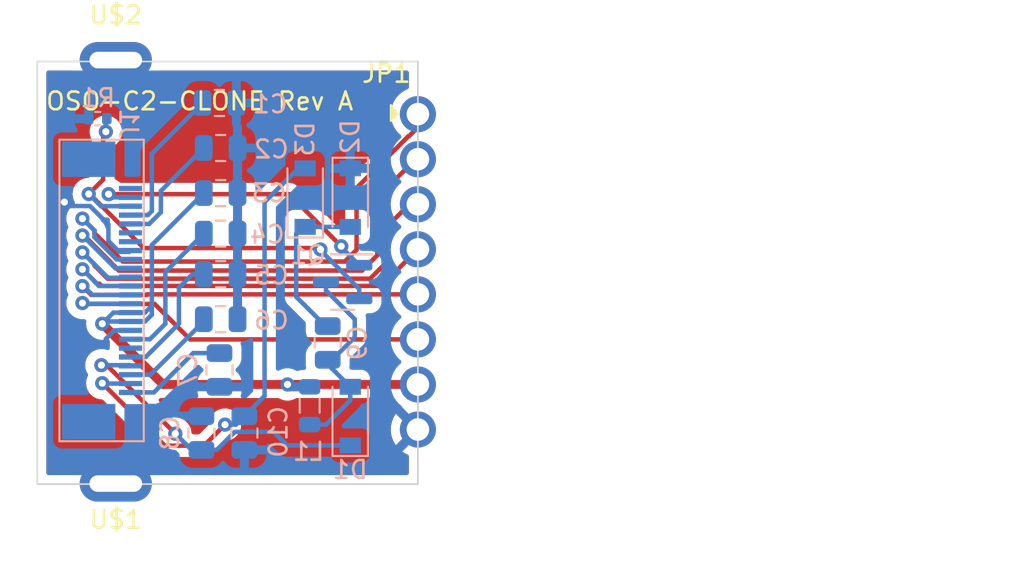
<source format=kicad_pcb>
(kicad_pcb (version 20211014) (generator pcbnew)
  (layers (0 "F.Cu" signal) (31 "B.Cu" signal) (34 "B.Paste" user) (35 "F.Paste" user) (36 "B.SilkS" user "B.Silkscreen") (37 "F.SilkS" user "F.Silkscreen") (38 "B.Mask" user) (39 "F.Mask" user) (44 "Edge.Cuts" user))
  (net 0 "")
  (net 1 "GND")
  (net 2 "/VGL")
  (net 3 "/VGH")
  (net 4 "3.3V")
  (net 5 "/VDD")
  (net 6 "/VSH")
  (net 7 "/VSL")
  (net 8 "/VCOM")
  (net 9 "/PREVGH")
  (net 10 "/PREVGL")
  (net 11 "/GDR")
  (net 12 "/RESE")
  (net 15 "/EINK_BUSY")
  (net 16 "/EINK_RST")
  (net 17 "/EINK_DC")
  (net 18 "/EINK_CS")
  (net 19 "/SCK")
  (net 20 "/MOSI")
  (net 22 "Net-(C9-Pad1)")
  (net 23 "Net-(C9-Pad2)")
  (footprint "OSO-Book:Oval-Mounting-Point" (layer "F.Cu") (at 28.702 -4.196)
    (fp_text reference "U$1" (at 0 2.032 unlocked) (layer "F.SilkS"))
    (fp_text value "BIGOVAL")
    (pad "1" thru_hole oval (at 0 0) (size 4.064 2.032) (drill oval 2.964 0.932) (layers *.Cu *.Mask))
  )
  (footprint "OSO-Book:Castellated-Connnector-1x8" (layer "F.Cu") (at 45.72 -16.134)
    (fp_text reference "JP1" (at -1.778 -11.176 unlocked) (layer "F.SilkS"))
    (fp_text value "HEADER-1X8ROUND76")
    (fp_poly (pts (xy -1.143 -8.89) (xy -1.524 -8.509) (xy -1.524 -9.398)) (layer "F.SilkS") (width 0.12) (fill solid))
    (pad "1" thru_hole circle (at 0 -8.89) (size 2.032 2.032) (drill 1.27) (layers *.Cu *.Mask) (net 15 "/EINK_BUSY"))
    (pad "2" thru_hole circle (at 0 -6.35) (size 2.032 2.032) (drill 1.27) (layers *.Cu *.Mask) (net 16 "/EINK_RST"))
    (pad "3" thru_hole circle (at 0 -3.81) (size 2.032 2.032) (drill 1.27) (layers *.Cu *.Mask) (net 17 "/EINK_DC"))
    (pad "4" thru_hole circle (at 0 -1.27) (size 2.032 2.032) (drill 1.27) (layers *.Cu *.Mask) (net 18 "/EINK_CS"))
    (pad "5" thru_hole circle (at 0 1.27) (size 2.032 2.032) (drill 1.27) (layers *.Cu *.Mask) (net 19 "/SCK"))
    (pad "6" thru_hole circle (at 0 3.81) (size 2.032 2.032) (drill 1.27) (layers *.Cu *.Mask) (net 20 "/MOSI"))
    (pad "7" thru_hole circle (at 0 6.35) (size 2.032 2.032) (drill 1.27) (layers *.Cu *.Mask) (net 4 "3.3V"))
    (pad "8" thru_hole circle (at 0 8.89) (size 2.032 2.032) (drill 1.27) (layers *.Cu *.Mask) (net 1 "GND"))
  )
  (footprint "OSO-Book:Oval-Mounting-Point" (layer "F.Cu") (at 28.702 -28.072)
    (fp_text reference "U$2" (at 0 -2.54 unlocked) (layer "F.SilkS"))
    (fp_text value "BIGOVAL")
    (pad "1" thru_hole oval (at 0 0) (size 4.064 2.032) (drill oval 2.964 0.932) (layers *.Cu *.Mask))
  )
  (footprint "Capacitor_SMD:C_0805_2012Metric" (layer "B.Cu") (at 34.61 -16.002 180)
    (fp_text reference "C5" (at -2.86 -0.066) (layer "B.SilkS") (effects (justify mirror)))
    (fp_text value "1uF")
    (fp_line (start -0.261252 -0.735) (end 0.261252 -0.735) (layer "B.SilkS") (width 0.12))
    (fp_line (start -0.261252 0.735) (end 0.261252 0.735) (layer "B.SilkS") (width 0.12))
    (pad "1" smd roundrect (at -0.95 0 180) (size 1 1.45) (layers "B.Cu" "B.Paste" "B.Mask") (net 1 "GND"))
    (pad "2" smd roundrect (at 0.95 0 180) (size 1 1.45) (layers "B.Cu" "B.Paste" "B.Mask") (net 6 "/VSH"))
  )
  (footprint "Diode_SMD:D_SOD-123" (layer "B.Cu") (at 39.37 -20.318 90)
    (fp_text reference "D3" (at 3.302 0 90) (layer "B.SilkS") (effects (justify mirror)))
    (fp_text value "MBR0530")
    (fp_line (start -2.25 1) (end 1.65 1) (layer "B.SilkS") (width 0.12))
    (fp_line (start -2.25 -1) (end 1.65 -1) (layer "B.SilkS") (width 0.12))
    (fp_line (start -2.25 1) (end -2.25 -1) (layer "B.SilkS") (width 0.12))
    (pad "1" smd rect (at -1.65 0 90) (size 0.9 1.2) (layers "B.Cu" "B.Paste" "B.Mask") (net 23 "Net-(C9-Pad2)"))
    (pad "2" smd rect (at 1.65 0 90) (size 0.9 1.2) (layers "B.Cu" "B.Paste" "B.Mask") (net 10 "/PREVGL"))
  )
  (footprint "Capacitor_SMD:C_0805_2012Metric" (layer "B.Cu") (at 33.528 -7.046 90)
    (fp_text reference "C8" (at 0 -1.778 90) (layer "B.SilkS") (effects (justify mirror)))
    (fp_text value "1uF")
    (fp_line (start -0.261252 -0.735) (end 0.261252 -0.735) (layer "B.SilkS") (width 0.12))
    (fp_line (start -0.261252 0.735) (end 0.261252 0.735) (layer "B.SilkS") (width 0.12))
    (pad "1" smd roundrect (at -0.95 0 90) (size 1 1.45) (layers "B.Cu" "B.Paste" "B.Mask") (net 9 "/PREVGH"))
    (pad "2" smd roundrect (at 0.95 0 90) (size 1 1.45) (layers "B.Cu" "B.Paste" "B.Mask") (net 1 "GND"))
  )
  (footprint "Capacitor_SMD:C_0805_2012Metric" (layer "B.Cu") (at 34.544 -25.654 180)
    (fp_text reference "C1" (at -2.86 -0.066) (layer "B.SilkS") (effects (justify mirror)))
    (fp_text value "1uF")
    (fp_line (start -0.261252 -0.735) (end 0.261252 -0.735) (layer "B.SilkS") (width 0.12))
    (fp_line (start -0.261252 0.735) (end 0.261252 0.735) (layer "B.SilkS") (width 0.12))
    (pad "1" smd roundrect (at -0.95 0 180) (size 1 1.45) (layers "B.Cu" "B.Paste" "B.Mask") (net 1 "GND"))
    (pad "2" smd roundrect (at 0.95 0 180) (size 1 1.45) (layers "B.Cu" "B.Paste" "B.Mask") (net 2 "/VGL"))
  )
  (footprint "OSO-Book:AFC07-S24ECC-00" (layer "B.Cu") (at 29.528 -15.084 90)
    (fp_text reference "J1" (at 9.398 -0.101 270 unlocked) (layer "B.SilkS") (effects (justify mirror)))
    (fp_text value "EINK_24PIN_CONNECTOR")
    (fp_line (start -8.5 -4) (end 8.5 -4) (layer "B.SilkS") (width 0.12))
    (fp_line (start 8.5 -4) (end 8.5 0.75) (layer "B.SilkS") (width 0.12))
    (fp_line (start -8.5 0.75) (end -8.5 -4) (layer "B.SilkS") (width 0.12))
    (fp_line (start 8.5 0.75) (end -8.5 0.75) (layer "B.SilkS") (width 0.12))
    (pad "" smd rect (at -7.4 -2.35 90) (size 2 3) (layers "B.Cu" "B.Paste" "B.Mask"))
    (pad "" smd rect (at 7.4 -2.35 90) (size 2 3) (layers "B.Cu" "B.Paste" "B.Mask"))
    (pad "1" smd rect (at 5.75 0 90) (size 0.3 1.3) (layers "B.Cu" "B.Paste" "B.Mask"))
    (pad "2" smd rect (at 5.25 0 90) (size 0.3 1.3) (layers "B.Cu" "B.Paste" "B.Mask") (net 11 "/GDR"))
    (pad "3" smd rect (at 4.75 0 90) (size 0.3 1.3) (layers "B.Cu" "B.Paste" "B.Mask") (net 12 "/RESE"))
    (pad "4" smd rect (at 4.25 0 90) (size 0.3 1.3) (layers "B.Cu" "B.Paste" "B.Mask") (net 2 "/VGL"))
    (pad "5" smd rect (at 3.75 0 90) (size 0.3 1.3) (layers "B.Cu" "B.Paste" "B.Mask") (net 3 "/VGH"))
    (pad "6" smd rect (at 3.25 0 90) (size 0.3 1.3) (layers "B.Cu" "B.Paste" "B.Mask"))
    (pad "7" smd rect (at 2.75 0 90) (size 0.3 1.3) (layers "B.Cu" "B.Paste" "B.Mask"))
    (pad "8" smd rect (at 2.25 0 90) (size 0.3 1.3) (layers "B.Cu" "B.Paste" "B.Mask") (net 1 "GND"))
    (pad "9" smd rect (at 1.75 0 90) (size 0.3 1.3) (layers "B.Cu" "B.Paste" "B.Mask") (net 15 "/EINK_BUSY"))
    (pad "10" smd rect (at 1.25 0 90) (size 0.3 1.3) (layers "B.Cu" "B.Paste" "B.Mask") (net 16 "/EINK_RST"))
    (pad "11" smd rect (at 0.75 0 90) (size 0.3 1.3) (layers "B.Cu" "B.Paste" "B.Mask") (net 17 "/EINK_DC"))
    (pad "12" smd rect (at 0.25 0 90) (size 0.3 1.3) (layers "B.Cu" "B.Paste" "B.Mask") (net 18 "/EINK_CS"))
    (pad "13" smd rect (at -0.25 0 90) (size 0.3 1.3) (layers "B.Cu" "B.Paste" "B.Mask") (net 19 "/SCK"))
    (pad "14" smd rect (at -0.75 0 90) (size 0.3 1.3) (layers "B.Cu" "B.Paste" "B.Mask") (net 20 "/MOSI"))
    (pad "15" smd rect (at -1.25 0 90) (size 0.3 1.3) (layers "B.Cu" "B.Paste" "B.Mask") (net 4 "3.3V"))
    (pad "16" smd rect (at -1.75 0 90) (size 0.3 1.3) (layers "B.Cu" "B.Paste" "B.Mask") (net 4 "3.3V"))
    (pad "17" smd rect (at -2.25 0 90) (size 0.3 1.3) (layers "B.Cu" "B.Paste" "B.Mask") (net 1 "GND"))
    (pad "18" smd rect (at -2.75 0 90) (size 0.3 1.3) (layers "B.Cu" "B.Paste" "B.Mask") (net 5 "/VDD"))
    (pad "19" smd rect (at -3.25 0 90) (size 0.3 1.3) (layers "B.Cu" "B.Paste" "B.Mask"))
    (pad "20" smd rect (at -3.75 0 90) (size 0.3 1.3) (layers "B.Cu" "B.Paste" "B.Mask") (net 6 "/VSH"))
    (pad "21" smd rect (at -4.25 0 90) (size 0.3 1.3) (layers "B.Cu" "B.Paste" "B.Mask") (net 9 "/PREVGH"))
    (pad "22" smd rect (at -4.75 0 90) (size 0.3 1.3) (layers "B.Cu" "B.Paste" "B.Mask") (net 7 "/VSL"))
    (pad "23" smd rect (at -5.25 0 90) (size 0.3 1.3) (layers "B.Cu" "B.Paste" "B.Mask") (net 10 "/PREVGL"))
    (pad "24" smd rect (at -5.75 0 90) (size 0.3 1.3) (layers "B.Cu" "B.Paste" "B.Mask") (net 8 "/VCOM"))
  )
  (footprint "Capacitor_SMD:C_0805_2012Metric" (layer "B.Cu") (at 34.544 -10.602 90)
    (fp_text reference "C7" (at 0 -1.778 90) (layer "B.SilkS") (effects (justify mirror)))
    (fp_text value "1uF")
    (fp_line (start -0.261252 -0.735) (end 0.261252 -0.735) (layer "B.SilkS") (width 0.12))
    (fp_line (start -0.261252 0.735) (end 0.261252 0.735) (layer "B.SilkS") (width 0.12))
    (pad "1" smd roundrect (at -0.95 0 90) (size 1 1.45) (layers "B.Cu" "B.Paste" "B.Mask") (net 1 "GND"))
    (pad "2" smd roundrect (at 0.95 0 90) (size 1 1.45) (layers "B.Cu" "B.Paste" "B.Mask") (net 8 "/VCOM"))
  )
  (footprint "Capacitor_SMD:C_0805_2012Metric" (layer "B.Cu") (at 34.61 -18.288 180)
    (fp_text reference "C4" (at -2.6264 -0.0508) (layer "B.SilkS") (effects (justify mirror)))
    (fp_text value "1uF")
    (fp_line (start -0.261252 0.735) (end 0.261252 0.735) (layer "B.SilkS") (width 0.12))
    (fp_line (start -0.261252 -0.735) (end 0.261252 -0.735) (layer "B.SilkS") (width 0.12))
    (pad "1" smd roundrect (at -0.95 0 180) (size 1 1.45) (layers "B.Cu" "B.Paste" "B.Mask") (net 1 "GND"))
    (pad "2" smd roundrect (at 0.95 0 180) (size 1 1.45) (layers "B.Cu" "B.Paste" "B.Mask") (net 5 "/VDD"))
  )
  (footprint "Capacitor_SMD:C_0805_2012Metric" (layer "B.Cu") (at 40.64 -12.124 90)
    (fp_text reference "C9" (at 0 1.68 90) (layer "B.SilkS") (effects (justify mirror)))
    (fp_text value "4.7uF")
    (fp_line (start -0.261252 0.735) (end 0.261252 0.735) (layer "B.SilkS") (width 0.12))
    (fp_line (start -0.261252 -0.735) (end 0.261252 -0.735) (layer "B.SilkS") (width 0.12))
    (pad "1" smd roundrect (at -0.95 0 90) (size 1 1.45) (layers "B.Cu" "B.Paste" "B.Mask") (net 22 "Net-(C9-Pad1)"))
    (pad "2" smd roundrect (at 0.95 0 90) (size 1 1.45) (layers "B.Cu" "B.Paste" "B.Mask") (net 23 "Net-(C9-Pad2)"))
  )
  (footprint "Capacitor_SMD:C_0805_2012Metric" (layer "B.Cu") (at 35.946 -7.046 -90)
    (fp_text reference "C10" (at -0.066 -1.91 90) (layer "B.SilkS") (effects (justify mirror)))
    (fp_text value "1uF")
    (fp_line (start -0.261252 0.735) (end 0.261252 0.735) (layer "B.SilkS") (width 0.12))
    (fp_line (start -0.261252 -0.735) (end 0.261252 -0.735) (layer "B.SilkS") (width 0.12))
    (pad "1" smd roundrect (at -0.95 0 270) (size 1 1.45) (layers "B.Cu" "B.Paste" "B.Mask") (net 10 "/PREVGL"))
    (pad "2" smd roundrect (at 0.95 0 270) (size 1 1.45) (layers "B.Cu" "B.Paste" "B.Mask") (net 1 "GND"))
  )
  (footprint "Diode_SMD:D_SOD-123" (layer "B.Cu") (at 41.91 -20.318 -90)
    (fp_text reference "D2" (at -3.43 0 90) (layer "B.SilkS") (effects (justify mirror)))
    (fp_text value "MBR0530")
    (fp_line (start -2.25 1) (end -2.25 -1) (layer "B.SilkS") (width 0.12))
    (fp_line (start -2.25 -1) (end 1.65 -1) (layer "B.SilkS") (width 0.12))
    (fp_line (start -2.25 1) (end 1.65 1) (layer "B.SilkS") (width 0.12))
    (pad "1" smd rect (at -1.65 0 270) (size 0.9 1.2) (layers "B.Cu" "B.Paste" "B.Mask") (net 1 "GND"))
    (pad "2" smd rect (at 1.65 0 270) (size 0.9 1.2) (layers "B.Cu" "B.Paste" "B.Mask") (net 23 "Net-(C9-Pad2)"))
  )
  (footprint "Diode_SMD:D_SOD-123" (layer "B.Cu") (at 41.91 -8 90)
    (fp_text reference "D1" (at -3.0216 0 180) (layer "B.SilkS") (effects (justify mirror)))
    (fp_text value "MBR0530")
    (fp_line (start -2.25 -1) (end 1.65 -1) (layer "B.SilkS") (width 0.12))
    (fp_line (start -2.25 1) (end -2.25 -1) (layer "B.SilkS") (width 0.12))
    (fp_line (start -2.25 1) (end 1.65 1) (layer "B.SilkS") (width 0.12))
    (pad "1" smd rect (at -1.65 0 90) (size 0.9 1.2) (layers "B.Cu" "B.Paste" "B.Mask") (net 9 "/PREVGH"))
    (pad "2" smd rect (at 1.65 0 90) (size 0.9 1.2) (layers "B.Cu" "B.Paste" "B.Mask") (net 22 "Net-(C9-Pad1)"))
  )
  (footprint "Resistor_SMD:R_0402_1005Metric" (layer "B.Cu") (at 27.688 -24.77 180)
    (fp_text reference "R1" (at 0 1.17) (layer "B.SilkS") (effects (justify mirror)))
    (fp_text value "0.47ohm")
    (fp_line (start -0.153641 -0.38) (end 0.153641 -0.38) (layer "B.SilkS") (width 0.12))
    (fp_line (start -0.153641 0.38) (end 0.153641 0.38) (layer "B.SilkS") (width 0.12))
    (pad "1" smd roundrect (at -0.51 0 180) (size 0.54 0.64) (layers "B.Cu" "B.Paste" "B.Mask") (net 12 "/RESE"))
    (pad "2" smd roundrect (at 0.51 0 180) (size 0.54 0.64) (layers "B.Cu" "B.Paste" "B.Mask") (net 1 "GND"))
  )
  (footprint "Capacitor_SMD:C_0805_2012Metric" (layer "B.Cu") (at 34.61 -20.574 180)
    (fp_text reference "C3" (at -2.728 0) (layer "B.SilkS") (effects (justify mirror)))
    (fp_text value "1uF")
    (fp_line (start -0.261252 0.735) (end 0.261252 0.735) (layer "B.SilkS") (width 0.12))
    (fp_line (start -0.261252 -0.735) (end 0.261252 -0.735) (layer "B.SilkS") (width 0.12))
    (pad "1" smd roundrect (at -0.95 0 180) (size 1 1.45) (layers "B.Cu" "B.Paste" "B.Mask") (net 1 "GND"))
    (pad "2" smd roundrect (at 0.95 0 180) (size 1 1.45) (layers "B.Cu" "B.Paste" "B.Mask") (net 4 "3.3V"))
  )
  (footprint "Capacitor_SMD:C_0805_2012Metric" (layer "B.Cu") (at 34.61 -23.114 180)
    (fp_text reference "C2" (at -2.86 -0.066) (layer "B.SilkS") (effects (justify mirror)))
    (fp_text value "1uF")
    (fp_line (start -0.261252 0.735) (end 0.261252 0.735) (layer "B.SilkS") (width 0.12))
    (fp_line (start -0.261252 -0.735) (end 0.261252 -0.735) (layer "B.SilkS") (width 0.12))
    (pad "1" smd roundrect (at -0.95 0 180) (size 1 1.45) (layers "B.Cu" "B.Paste" "B.Mask") (net 1 "GND"))
    (pad "2" smd roundrect (at 0.95 0 180) (size 1 1.45) (layers "B.Cu" "B.Paste" "B.Mask") (net 3 "/VGH"))
  )
  (footprint "Inductor_SMD:L_0805_2012Metric" (layer "B.Cu") (at 39.624 -8.5875 -90)
    (fp_text reference "L1" (at 2.5865 0.066 180) (layer "B.SilkS") (effects (justify mirror)))
    (fp_text value "10uH")
    (fp_line (start -0.399622 -0.56) (end 0.399622 -0.56) (layer "B.SilkS") (width 0.12))
    (fp_line (start -0.399622 0.56) (end 0.399622 0.56) (layer "B.SilkS") (width 0.12))
    (pad "1" smd roundrect (at -1.0625 0 270) (size 0.875 1.2) (layers "B.Cu" "B.Paste" "B.Mask") (net 4 "3.3V"))
    (pad "2" smd roundrect (at 1.0625 0 270) (size 0.875 1.2) (layers "B.Cu" "B.Paste" "B.Mask") (net 22 "Net-(C9-Pad1)"))
  )
  (footprint "Capacitor_SMD:C_0805_2012Metric" (layer "B.Cu") (at 34.61 -13.462 180)
    (fp_text reference "C6" (at -2.86 -0.066) (layer "B.SilkS") (effects (justify mirror)))
    (fp_text value "1uF")
    (fp_line (start -0.261252 0.735) (end 0.261252 0.735) (layer "B.SilkS") (width 0.12))
    (fp_line (start -0.261252 -0.735) (end 0.261252 -0.735) (layer "B.SilkS") (width 0.12))
    (pad "1" smd roundrect (at -0.95 0 180) (size 1 1.45) (layers "B.Cu" "B.Paste" "B.Mask") (net 1 "GND"))
    (pad "2" smd roundrect (at 0.95 0 180) (size 1 1.45) (layers "B.Cu" "B.Paste" "B.Mask") (net 7 "/VSL"))
  )
  (footprint "Package_TO_SOT_SMD:SOT-23" (layer "B.Cu") (at 41.4805 -15.558 180)
    (fp_text reference "Q1" (at 1.9535 1.524) (layer "B.SilkS") (effects (justify mirror)))
    (fp_text value "IRLML0100")
    (fp_line (start 0 1.56) (end 0.65 1.56) (layer "B.SilkS") (width 0.12))
    (fp_line (start 0 1.56) (end -1.675 1.56) (layer "B.SilkS") (width 0.12))
    (fp_line (start 0 -1.56) (end -0.65 -1.56) (layer "B.SilkS") (width 0.12))
    (fp_line (start 0 -1.56) (end 0.65 -1.56) (layer "B.SilkS") (width 0.12))
    (pad "1" smd roundrect (at -0.9375 0.95 180) (size 1.475 0.6) (layers "B.Cu" "B.Paste" "B.Mask") (net 11 "/GDR"))
    (pad "2" smd roundrect (at -0.9375 -0.95 180) (size 1.475 0.6) (layers "B.Cu" "B.Paste" "B.Mask") (net 12 "/RESE"))
    (pad "3" smd roundrect (at 0.9375 0 180) (size 1.475 0.6) (layers "B.Cu" "B.Paste" "B.Mask") (net 22 "Net-(C9-Pad1)"))
  )
  (gr_line (start 45.72 -4.1656) (end 45.72 -27.9908) (layer "Edge.Cuts") (width 0.1))
  (gr_line (start 24.2824 -27.9908) (end 45.72 -27.9908) (layer "Edge.Cuts") (width 0.1))
  (gr_line (start 45.72 -4.1656) (end 24.2824 -4.1656) (layer "Edge.Cuts") (width 0.1))
  (gr_line (start 24.2824 -4.1656) (end 24.2824 -27.9908) (layer "Edge.Cuts") (width 0.1))
  (gr_text "OSO-C2-CLONE Rev A" (at 33.4264 -25.7556) (layer "F.SilkS") (effects (font (size 1 1))))
  (via (at 25.8064 -20.066) (size 0.8) (drill 0.4) (layers "F.Cu" "B.Cu") (net 1))
  (segment (start 25.8064 -20.066) (end 25.8064 -20.0152) (width 0.254) (layer "B.Cu") (net 1))
  (segment (start 25.8064 -20.0152) (end 26.0096 -19.812) (width 0.254) (layer "B.Cu") (net 1))
  (segment (start 25.8064 -20.066) (end 26.028111 -19.844289) (width 0.254) (layer "B.Cu") (net 1))
  (segment (start 26.028111 -19.844289) (end 27.247311 -19.844289) (width 0.254) (layer "B.Cu") (net 1))
  (segment (start 28.28742 -18.80418) (end 28.28742 -17.873421) (width 0.254) (layer "B.Cu") (net 1))
  (segment (start 29.456911 -17.262911) (end 29.528 -17.334) (width 0.254) (layer "B.Cu") (net 1))
  (segment (start 28.28742 -17.873421) (end 28.89793 -17.262911) (width 0.254) (layer "B.Cu") (net 1))
  (segment (start 28.1432 -12.3532) (end 28.1432 -12.1666) (width 0.254) (layer "B.Cu") (net 1))
  (segment (start 29.528 -12.834) (end 28.624 -12.834) (width 0.254) (layer "B.Cu") (net 1))
  (segment (start 28.624 -12.834) (end 28.1432 -12.3532) (width 0.254) (layer "B.Cu") (net 1))
  (segment (start 28.89793 -17.262911) (end 29.456911 -17.262911) (width 0.254) (layer "B.Cu") (net 1))
  (segment (start 27.247311 -19.844289) (end 28.28742 -18.80418) (width 0.254) (layer "B.Cu") (net 1))
  (segment (start 33.594 -25.654) (end 30.734 -22.794) (width 0.254) (layer "B.Cu") (net 2))
  (segment (start 30.734 -19.558) (end 30.51 -19.334) (width 0.254) (layer "B.Cu") (net 2))
  (segment (start 30.734 -22.794) (end 30.734 -19.558) (width 0.254) (layer "B.Cu") (net 2))
  (segment (start 30.51 -19.334) (end 29.528 -19.334) (width 0.254) (layer "B.Cu") (net 2))
  (segment (start 31.242 -20.696) (end 31.242 -19.491942) (width 0.254) (layer "B.Cu") (net 3))
  (segment (start 33.66 -23.114) (end 31.242 -20.696) (width 0.254) (layer "B.Cu") (net 3))
  (segment (start 31.242 -19.491942) (end 30.584058 -18.834) (width 0.254) (layer "B.Cu") (net 3))
  (segment (start 30.584058 -18.834) (end 29.528 -18.834) (width 0.254) (layer "B.Cu") (net 3))
  (segment (start 45.72 -9.784) (end 38.3744 -9.784) (width 0.508) (layer "F.Cu") (net 4))
  (segment (start 38.3744 -9.784) (end 31.364 -9.784) (width 0.508) (layer "F.Cu") (net 4))
  (segment (start 31.364 -9.784) (end 27.94 -13.208) (width 0.508) (layer "F.Cu") (net 4))
  (via (at 27.94 -13.208) (size 0.8) (drill 0.4) (layers "F.Cu" "B.Cu") (net 4))
  (via (at 38.3744 -9.784) (size 0.8) (drill 0.4) (layers "F.Cu" "B.Cu") (net 4))
  (segment (start 30.734 -14.224) (end 30.344 -13.834) (width 0.254) (layer "B.Cu") (net 4))
  (segment (start 30.734 -17.648) (end 30.734 -14.224) (width 0.254) (layer "B.Cu") (net 4))
  (segment (start 30.734 -14.224) (end 30.734 -13.716) (width 0.254) (layer "B.Cu") (net 4))
  (segment (start 28.066 -13.334) (end 27.94 -13.208) (width 0.254) (layer "B.Cu") (net 4))
  (segment (start 29.528 -13.334) (end 28.066 -13.334) (width 0.254) (layer "B.Cu") (net 4))
  (segment (start 39.624 -9.65) (end 38.5084 -9.65) (width 0.508) (layer "B.Cu") (net 4))
  (segment (start 29.528 -13.834) (end 28.566 -13.834) (width 0.254) (layer "B.Cu") (net 4))
  (segment (start 30.352 -13.334) (end 29.528 -13.334) (width 0.254) (layer "B.Cu") (net 4))
  (segment (start 30.344 -13.834) (end 29.528 -13.834) (width 0.254) (layer "B.Cu") (net 4))
  (segment (start 30.734 -13.716) (end 30.352 -13.334) (width 0.254) (layer "B.Cu") (net 4))
  (segment (start 28.566008 -13.834001) (end 27.94 -13.208) (width 0.254) (layer "B.Cu") (net 4))
  (segment (start 38.5084 -9.65) (end 38.3744 -9.784) (width 0.508) (layer "B.Cu") (net 4))
  (segment (start 33.66 -20.574) (end 30.734 -17.648) (width 0.254) (layer "B.Cu") (net 4))
  (segment (start 33.66 -18.288) (end 31.496 -16.124) (width 0.254) (layer "B.Cu") (net 5))
  (segment (start 30.622 -12.334) (end 29.528 -12.334) (width 0.254) (layer "B.Cu") (net 5))
  (segment (start 31.496 -13.208) (end 30.622 -12.334) (width 0.254) (layer "B.Cu") (net 5))
  (segment (start 31.496 -16.124) (end 31.496 -13.208) (width 0.254) (layer "B.Cu") (net 5))
  (segment (start 33.66 -16.002) (end 33.02 -16.002) (width 0.254) (layer "B.Cu") (net 6))
  (segment (start 33.02 -16.002) (end 32.258 -15.24) (width 0.254) (layer "B.Cu") (net 6))
  (segment (start 30.385822 -11.334) (end 29.528 -11.334) (width 0.254) (layer "B.Cu") (net 6))
  (segment (start 32.258 -13.206178) (end 30.385822 -11.334) (width 0.254) (layer "B.Cu") (net 6))
  (segment (start 32.258 -15.24) (end 32.258 -13.206178) (width 0.254) (layer "B.Cu") (net 6))
  (segment (start 33.66 -13.34) (end 30.654 -10.334) (width 0.254) (layer "B.Cu") (net 7))
  (segment (start 30.654 -10.334) (end 29.528 -10.334) (width 0.254) (layer "B.Cu") (net 7))
  (segment (start 33.66 -13.462) (end 33.66 -13.34) (width 0.254) (layer "B.Cu") (net 7))
  (segment (start 30.8478 -9.334) (end 29.528 -9.334) (width 0.254) (layer "B.Cu") (net 8))
  (segment (start 33.0658 -11.552) (end 30.8478 -9.334) (width 0.254) (layer "B.Cu") (net 8))
  (segment (start 34.544 -11.552) (end 33.0658 -11.552) (width 0.254) (layer "B.Cu") (net 8))
  (segment (start 32.0548 -7.0104) (end 28.194 -10.8712) (width 0.254) (layer "F.Cu") (net 9))
  (segment (start 28.194 -10.8712) (end 27.8892 -10.8712) (width 0.254) (layer "F.Cu") (net 9))
  (via (at 27.8892 -10.8712) (size 0.8) (drill 0.4) (layers "F.Cu" "B.Cu") (net 9))
  (via (at 32.0548 -7.0104) (size 0.8) (drill 0.4) (layers "F.Cu" "B.Cu") (net 9))
  (segment (start 38.354 -6.35) (end 37.592 -7.112) (width 0.254) (layer "B.Cu") (net 9))
  (segment (start 35.4076 -7.112) (end 34.3916 -6.096) (width 0.254) (layer "B.Cu") (net 9))
  (segment (start 33.528 -6.096) (end 32.9692 -6.096) (width 0.254) (layer "B.Cu") (net 9))
  (segment (start 29.4908 -10.8712) (end 29.528 -10.834) (width 0.254) (layer "B.Cu") (net 9))
  (segment (start 27.8892 -10.8712) (end 29.4908 -10.8712) (width 0.254) (layer "B.Cu") (net 9))
  (segment (start 34.3916 -6.096) (end 33.528 -6.096) (width 0.254) (layer "B.Cu") (net 9))
  (segment (start 41.91 -6.35) (end 38.354 -6.35) (width 0.254) (layer "B.Cu") (net 9))
  (segment (start 32.9692 -6.096) (end 32.0548 -7.0104) (width 0.254) (layer "B.Cu") (net 9))
  (segment (start 37.592 -7.112) (end 35.4076 -7.112) (width 0.254) (layer "B.Cu") (net 9))
  (segment (start 27.94 -9.8552) (end 31.463711 -6.331489) (width 0.254) (layer "F.Cu") (net 10))
  (segment (start 33.666979 -6.331489) (end 34.855391 -7.519901) (width 0.254) (layer "F.Cu") (net 10))
  (segment (start 31.463711 -6.331489) (end 33.666979 -6.331489) (width 0.254) (layer "F.Cu") (net 10))
  (via (at 34.855391 -7.519901) (size 0.8) (drill 0.4) (layers "F.Cu" "B.Cu") (net 10))
  (via (at 27.94 -9.8552) (size 0.8) (drill 0.4) (layers "F.Cu" "B.Cu") (net 10))
  (segment (start 35.469901 -7.519901) (end 35.946 -7.996) (width 0.254) (layer "B.Cu") (net 10))
  (segment (start 37.084 -20.066) (end 38.986 -21.968) (width 0.254) (layer "B.Cu") (net 10))
  (segment (start 35.946 -7.996) (end 37.084 -9.134) (width 0.254) (layer "B.Cu") (net 10))
  (segment (start 29.528 -9.834) (end 27.9612 -9.834) (width 0.254) (layer "B.Cu") (net 10))
  (segment (start 34.855391 -7.519901) (end 35.469901 -7.519901) (width 0.254) (layer "B.Cu") (net 10))
  (segment (start 27.9612 -9.834) (end 27.94 -9.8552) (width 0.254) (layer "B.Cu") (net 10))
  (segment (start 37.084 -9.134) (end 37.084 -20.066) (width 0.254) (layer "B.Cu") (net 10))
  (segment (start 38.986 -21.968) (end 39.37 -21.968) (width 0.254) (layer "B.Cu") (net 10))
  (segment (start 38.4659 -20.5129) (end 41.402 -17.5768) (width 0.254) (layer "F.Cu") (net 11))
  (segment (start 28.2956 -20.5129) (end 38.4659 -20.5129) (width 0.254) (layer "F.Cu") (net 11))
  (via (at 28.2956 -20.5129) (size 0.8) (drill 0.4) (layers "F.Cu" "B.Cu") (net 11))
  (via (at 41.402 -17.5768) (size 0.8) (drill 0.4) (layers "F.Cu" "B.Cu") (net 11))
  (segment (start 41.402 -17.5768) (end 41.402 -17.524) (width 0.254) (layer "B.Cu") (net 11))
  (segment (start 41.402 -17.524) (end 42.418 -16.508) (width 0.254) (layer "B.Cu") (net 11))
  (segment (start 28.4745 -20.334) (end 28.2956 -20.5129) (width 0.254) (layer "B.Cu") (net 11))
  (segment (start 29.528 -20.334) (end 28.4745 -20.334) (width 0.254) (layer "B.Cu") (net 11))
  (segment (start 30.2768 -17.4752) (end 40.1505 -17.4752) (width 0.254) (layer "F.Cu") (net 12))
  (segment (start 27.2288 -20.5232) (end 30.2768 -17.4752) (width 0.254) (layer "F.Cu") (net 12))
  (segment (start 27.9908 -23.883502) (end 28.1432 -24.035902) (width 0.254) (layer "F.Cu") (net 12))
  (segment (start 27.178 -20.5232) (end 27.2288 -20.5232) (width 0.254) (layer "F.Cu") (net 12))
  (segment (start 27.9908 -21.336) (end 27.9908 -23.883502) (width 0.254) (layer "F.Cu") (net 12))
  (segment (start 27.178 -20.5232) (end 27.9908 -21.336) (width 0.254) (layer "F.Cu") (net 12))
  (segment (start 40.1505 -17.4752) (end 40.2336 -17.3921) (width 0.254) (layer "F.Cu") (net 12))
  (via (at 40.2336 -17.3921) (size 0.8) (drill 0.4) (layers "F.Cu" "B.Cu") (net 12))
  (via (at 28.1432 -24.035902) (size 0.8) (drill 0.4) (layers "F.Cu" "B.Cu") (net 12))
  (via (at 27.178 -20.5232) (size 0.8) (drill 0.4) (layers "F.Cu" "B.Cu") (net 12))
  (segment (start 27.178 -20.5232) (end 27.8672 -19.834) (width 0.254) (layer "B.Cu") (net 12))
  (segment (start 40.2336 -17.3921) (end 40.2336 -17.348316) (width 0.254) (layer "B.Cu") (net 12))
  (segment (start 42.418 -15.163916) (end 42.418 -14.608) (width 0.254) (layer "B.Cu") (net 12))
  (segment (start 40.2336 -17.348316) (end 42.418 -15.163916) (width 0.254) (layer "B.Cu") (net 12))
  (segment (start 28.1432 -24.7152) (end 28.198 -24.77) (width 0.254) (layer "B.Cu") (net 12))
  (segment (start 27.8672 -19.834) (end 29.528 -19.834) (width 0.254) (layer "B.Cu") (net 12))
  (segment (start 28.1432 -24.035902) (end 28.1432 -24.7152) (width 0.254) (layer "B.Cu") (net 12))
  (segment (start 26.830623 -19.134005) (end 27.501311 -18.463317) (width 0.254) (layer "F.Cu") (net 15))
  (segment (start 45.183629 -23.778911) (end 45.216511 -23.778911) (width 0.254) (layer "F.Cu") (net 15))
  (segment (start 27.501311 -18.463317) (end 27.501311 -18.320289) (width 0.254) (layer "F.Cu") (net 15))
  (segment (start 26.8224 -19.134005) (end 26.830623 -19.134005) (width 0.254) (layer "F.Cu") (net 15))
  (segment (start 44.425089 -23.020371) (end 45.183629 -23.778911) (width 0.254) (layer "F.Cu") (net 15))
  (segment (start 42.2656 -20.860882) (end 44.425089 -23.020371) (width 0.254) (layer "F.Cu") (net 15))
  (segment (start 41.6052 -16.7132) (end 42.2656 -17.3736) (width 0.254) (layer "F.Cu") (net 15))
  (segment (start 27.501311 -18.320289) (end 29.1084 -16.7132) (width 0.254) (layer "F.Cu") (net 15))
  (segment (start 29.1084 -16.7132) (end 41.6052 -16.7132) (width 0.254) (layer "F.Cu") (net 15))
  (segment (start 42.2656 -17.3736) (end 42.2656 -20.860882) (width 0.254) (layer "F.Cu") (net 15))
  (segment (start 45.216511 -23.778911) (end 45.72 -24.2824) (width 0.254) (layer "F.Cu") (net 15))
  (segment (start 45.72 -24.2824) (end 45.72 -25.024) (width 0.254) (layer "F.Cu") (net 15))
  (via (at 26.8224 -19.134005) (size 0.8) (drill 0.4) (layers "F.Cu" "B.Cu") (net 15))
  (segment (start 26.8224 -19.134005) (end 26.830623 -19.134005) (width 0.254) (layer "B.Cu") (net 15))
  (segment (start 27.501311 -18.463317) (end 27.501311 -18.085472) (width 0.254) (layer "B.Cu") (net 15))
  (segment (start 26.830623 -19.134005) (end 27.501311 -18.463317) (width 0.254) (layer "B.Cu") (net 15))
  (segment (start 28.752783 -16.834) (end 29.528 -16.834) (width 0.254) (layer "B.Cu") (net 15))
  (segment (start 27.501311 -18.085472) (end 28.752783 -16.834) (width 0.254) (layer "B.Cu") (net 15))
  (segment (start 28.878397 -16.2052) (end 42.5704 -16.2052) (width 0.254) (layer "F.Cu") (net 16))
  (segment (start 42.5704 -16.2052) (end 43.434 -17.0688) (width 0.254) (layer "F.Cu") (net 16))
  (segment (start 28.365715 -16.717882) (end 28.878397 -16.2052) (width 0.254) (layer "F.Cu") (net 16))
  (segment (start 26.911266 -18.182102) (end 28.365715 -16.727653) (width 0.254) (layer "F.Cu") (net 16))
  (segment (start 28.365715 -16.727653) (end 28.365715 -16.717882) (width 0.254) (layer "F.Cu") (net 16))
  (segment (start 43.434 -20.32502) (end 45.59298 -22.484) (width 0.254) (layer "F.Cu") (net 16))
  (segment (start 26.8224 -18.182102) (end 26.911266 -18.182102) (width 0.254) (layer "F.Cu") (net 16))
  (segment (start 43.434 -17.0688) (end 43.434 -20.32502) (width 0.254) (layer "F.Cu") (net 16))
  (via (at 26.8224 -18.182102) (size 0.8) (drill 0.4) (layers "F.Cu" "B.Cu") (net 16))
  (segment (start 26.830623 -18.182102) (end 28.678725 -16.334) (width 0.254) (layer "B.Cu") (net 16))
  (segment (start 28.678725 -16.334) (end 29.528 -16.334) (width 0.254) (layer "B.Cu") (net 16))
  (segment (start 26.8224 -18.182102) (end 26.830623 -18.182102) (width 0.254) (layer "B.Cu") (net 16))
  (segment (start 26.8224 -17.230199) (end 27.095388 -16.957211) (width 0.254) (layer "F.Cu") (net 17))
  (segment (start 27.103611 -16.957211) (end 27.501311 -16.559511) (width 0.254) (layer "F.Cu") (net 17))
  (segment (start 45.2424 -19.944) (end 45.59298 -19.944) (width 0.254) (layer "F.Cu") (net 17))
  (segment (start 44.0436 -18.7452) (end 45.2424 -19.944) (width 0.254) (layer "F.Cu") (net 17))
  (segment (start 28.24528 -15.74752) (end 43.02712 -15.74752) (width 0.254) (layer "F.Cu") (net 17))
  (segment (start 43.02712 -15.74752) (end 44.0436 -16.764) (width 0.254) (layer "F.Cu") (net 17))
  (segment (start 27.095388 -16.957211) (end 27.103611 -16.957211) (width 0.254) (layer "F.Cu") (net 17))
  (segment (start 27.501311 -16.491489) (end 28.24528 -15.74752) (width 0.254) (layer "F.Cu") (net 17))
  (segment (start 27.501311 -16.559511) (end 27.501311 -16.491489) (width 0.254) (layer "F.Cu") (net 17))
  (segment (start 44.0436 -16.764) (end 44.0436 -18.7452) (width 0.254) (layer "F.Cu") (net 17))
  (via (at 26.8224 -17.230199) (size 0.8) (drill 0.4) (layers "F.Cu" "B.Cu") (net 17))
  (segment (start 27.103615 -16.957207) (end 28.262022 -15.7988) (width 0.254) (layer "B.Cu") (net 17))
  (segment (start 26.8224 -17.230199) (end 27.095392 -16.957207) (width 0.254) (layer "B.Cu") (net 17))
  (segment (start 27.095392 -16.957207) (end 27.103615 -16.957207) (width 0.254) (layer "B.Cu") (net 17))
  (segment (start 28.262022 -15.7988) (end 28.8544 -15.7988) (width 0.254) (layer "B.Cu") (net 17))
  (segment (start 26.8224 -16.278296) (end 26.830623 -16.278296) (width 0.254) (layer "F.Cu") (net 18))
  (segment (start 26.830623 -16.278296) (end 27.647688 -15.461231) (width 0.254) (layer "F.Cu") (net 18))
  (segment (start 27.647688 -15.461231) (end 27.779752 -15.461231) (width 0.254) (layer "F.Cu") (net 18))
  (segment (start 27.899383 -15.3416) (end 43.6576 -15.3416) (width 0.254) (layer "F.Cu") (net 18))
  (segment (start 43.6576 -15.3416) (end 45.72 -17.404) (width 0.254) (layer "F.Cu") (net 18))
  (segment (start 27.779752 -15.461231) (end 27.899383 -15.3416) (width 0.254) (layer "F.Cu") (net 18))
  (via (at 26.8224 -16.278296) (size 0.8) (drill 0.4) (layers "F.Cu" "B.Cu") (net 18))
  (segment (start 27.752978 -15.334) (end 29.528 -15.334) (width 0.254) (layer "B.Cu") (net 18))
  (segment (start 26.830623 -16.278296) (end 27.501311 -15.607608) (width 0.254) (layer "B.Cu") (net 18))
  (segment (start 27.501311 -15.607608) (end 27.501311 -15.585667) (width 0.254) (layer "B.Cu") (net 18))
  (segment (start 26.8224 -16.278296) (end 26.830623 -16.278296) (width 0.254) (layer "B.Cu") (net 18))
  (segment (start 27.501311 -15.585667) (end 27.752978 -15.334) (width 0.254) (layer "B.Cu") (net 18))
  (segment (start 30.4596 -14.864) (end 45.72 -14.864) (width 0.254) (layer "F.Cu") (net 19))
  (segment (start 27.103615 -15.053401) (end 27.323416 -14.8336) (width 0.254) (layer "F.Cu") (net 19))
  (segment (start 27.095392 -15.053401) (end 27.103615 -15.053401) (width 0.254) (layer "F.Cu") (net 19))
  (segment (start 26.8224 -15.326393) (end 27.095392 -15.053401) (width 0.254) (layer "F.Cu") (net 19))
  (segment (start 30.4292 -14.8336) (end 30.4596 -14.864) (width 0.254) (layer "F.Cu") (net 19))
  (segment (start 27.323416 -14.8336) (end 30.4292 -14.8336) (width 0.254) (layer "F.Cu") (net 19))
  (via (at 26.8224 -15.326393) (size 0.8) (drill 0.4) (layers "F.Cu" "B.Cu") (net 19))
  (segment (start 26.8224 -15.326393) (end 26.888407 -15.326393) (width 0.254) (layer "B.Cu") (net 19))
  (segment (start 27.3808 -14.834) (end 29.528 -14.834) (width 0.254) (layer "B.Cu") (net 19))
  (segment (start 26.888407 -15.326393) (end 27.3808 -14.834) (width 0.254) (layer "B.Cu") (net 19))
  (segment (start 26.8224 -14.37449) (end 26.87129 -14.3256) (width 0.254) (layer "F.Cu") (net 20))
  (segment (start 32.888 -12.324) (end 45.72 -12.324) (width 0.254) (layer "F.Cu") (net 20))
  (segment (start 30.8864 -14.3256) (end 32.888 -12.324) (width 0.254) (layer "F.Cu") (net 20))
  (segment (start 26.87129 -14.3256) (end 30.8864 -14.3256) (width 0.254) (layer "F.Cu") (net 20))
  (via (at 26.8224 -14.37449) (size 0.8) (drill 0.4) (layers "F.Cu" "B.Cu") (net 20))
  (segment (start 26.86289 -14.334) (end 29.528 -14.334) (width 0.254) (layer "B.Cu") (net 20))
  (segment (start 26.8224 -14.37449) (end 26.86289 -14.334) (width 0.254) (layer "B.Cu") (net 20))
  (segment (start 40.892 -11.174) (end 40.64 -11.174) (width 0.254) (layer "B.Cu") (net 22))
  (segment (start 40.543 -15.558) (end 40.543 -15.083) (width 0.254) (layer "B.Cu") (net 22))
  (segment (start 40.64 -10.92) (end 41.91 -9.65) (width 0.254) (layer "B.Cu") (net 22))
  (segment (start 40.64 -11.174) (end 40.64 -10.92) (width 0.254) (layer "B.Cu") (net 22))
  (segment (start 42.164 -13.462) (end 42.164 -12.446) (width 0.254) (layer "B.Cu") (net 22))
  (segment (start 41.91 -8.89) (end 41.91 -9.65) (width 0.254) (layer "B.Cu") (net 22))
  (segment (start 42.164 -12.446) (end 40.892 -11.174) (width 0.254) (layer "B.Cu") (net 22))
  (segment (start 40.545 -7.525) (end 41.91 -8.89) (width 0.254) (layer "B.Cu") (net 22))
  (segment (start 40.543 -15.083) (end 42.164 -13.462) (width 0.254) (layer "B.Cu") (net 22))
  (segment (start 39.624 -7.525) (end 40.545 -7.525) (width 0.254) (layer "B.Cu") (net 22))
  (segment (start 39.37 -18.668) (end 41.91 -18.668) (width 0.254) (layer "B.Cu") (net 23))
  (segment (start 40.64 -13.074) (end 40.52 -13.074) (width 0.254) (layer "B.Cu") (net 23))
  (segment (start 39.37 -18.668) (end 39.242 -18.668) (width 0.254) (layer "B.Cu") (net 23))
  (segment (start 39.242 -18.668) (end 38.862 -18.288) (width 0.254) (layer "B.Cu") (net 23))
  (segment (start 38.862 -14.732) (end 38.862 -18.288) (width 0.254) (layer "B.Cu") (net 23))
  (segment (start 40.52 -13.074) (end 38.862 -14.732) (width 0.254) (layer "B.Cu") (net 23))
  (zone (net 1) (net_name "GND") (layer "F.Cu") (connect_pads (clearance 0.508)) (min_thickness 0.254) (fill yes (thermal_gap 0.508) (thermal_bridge_width 0.508))
    (polygon (pts (xy 48.26 -1.27) (xy 22.86 -1.016) (xy 22.86 -30.48) (xy 48.26 -30.48)))
  )
  (zone (net 1) (net_name "GND") (layer "B.Cu") (connect_pads (clearance 0.508)) (min_thickness 0.254) (fill yes (thermal_gap 0.508) (thermal_bridge_width 0.508))
    (polygon (pts (xy 47.752 -1.778) (xy 23.368 -1.524) (xy 23.368 -30.226) (xy 47.752 -30.226)))
  )
)
</source>
